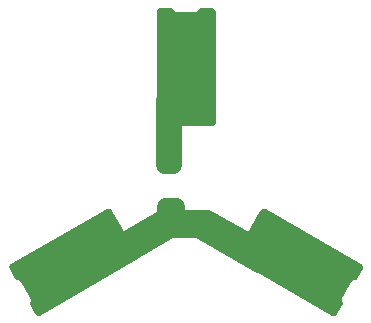
<source format=gbr>
G04 #@! TF.GenerationSoftware,KiCad,Pcbnew,(5.0.2)-1*
G04 #@! TF.CreationDate,2020-08-06T17:06:31-05:00*
G04 #@! TF.ProjectId,tri-slot-hub,7472692d-736c-46f7-942d-6875622e6b69,rev?*
G04 #@! TF.SameCoordinates,Original*
G04 #@! TF.FileFunction,Copper,L2,Bot*
G04 #@! TF.FilePolarity,Positive*
%FSLAX46Y46*%
G04 Gerber Fmt 4.6, Leading zero omitted, Abs format (unit mm)*
G04 Created by KiCad (PCBNEW (5.0.2)-1) date 8/6/2020 5:06:31 PM*
%MOMM*%
%LPD*%
G01*
G04 APERTURE LIST*
G04 #@! TA.AperFunction,SMDPad,CuDef*
%ADD10R,1.000000X1.000000*%
G04 #@! TD*
G04 #@! TA.AperFunction,Conductor*
%ADD11C,1.500000*%
G04 #@! TD*
G04 #@! TA.AperFunction,Conductor*
%ADD12C,0.254000*%
G04 #@! TD*
G04 APERTURE END LIST*
D10*
G04 #@! TO.P,TP3,1*
G04 #@! TO.N,/slot_r*
X-1275000Y-600000D03*
G04 #@! TD*
G04 #@! TO.P,TP4,1*
G04 #@! TO.N,/slot_r*
X-1375000Y2400000D03*
G04 #@! TD*
D11*
G04 #@! TO.N,/slot_r*
X-6901408Y-4741154D02*
X-2103636Y-1971159D01*
X6438011Y-5449038D02*
X6301408Y-5485641D01*
X-6351408Y-5693782D02*
X-1553636Y-2923787D01*
X-6551408Y-5347372D02*
X-1753636Y-2577377D01*
X6751408Y-4706218D02*
X1953636Y-1936223D01*
X6551408Y-5052628D02*
X1753636Y-2282633D01*
X-1800000Y-2700000D02*
X1855606Y-2700000D01*
X-1953636Y-2230967D02*
X1701970Y-2230967D01*
X6351408Y-5399038D02*
X1553636Y-2629043D01*
X-1900000Y-1900000D02*
X1755606Y-1900000D01*
X6201408Y-5658846D02*
X1403636Y-2888851D01*
X-1100000Y-1936223D02*
X-1100000Y-860010D01*
X-1700000Y-1936223D02*
X-1700000Y-860010D01*
X-846364Y-1936223D02*
X-846364Y-860010D01*
X-1300000Y-1936223D02*
X-1300000Y-860010D01*
X-1750000Y8200000D02*
X-1750000Y2660010D01*
X-1350000Y8300000D02*
X-1250000Y8200000D01*
X-1050000Y8200000D02*
X-1050000Y2660010D01*
X-6751408Y-5000962D02*
X-1953636Y-2230967D01*
X-1350000Y8200000D02*
X-1350000Y2660010D01*
G04 #@! TD*
D12*
G04 #@! TO.N,/slot_r*
G36*
X-1211645Y15829491D02*
X-1115059Y15684941D01*
X-970509Y15588355D01*
X-843039Y15563000D01*
X-800000Y15554439D01*
X-756961Y15563000D01*
X756961Y15563000D01*
X800000Y15554439D01*
X843039Y15563000D01*
X970509Y15588355D01*
X1115059Y15684941D01*
X1211645Y15829491D01*
X1220299Y15873000D01*
X2174737Y15873000D01*
X2314930Y15814930D01*
X2373000Y15674737D01*
X2373000Y6325263D01*
X2314930Y6185070D01*
X2174737Y6127000D01*
X-2174737Y6127000D01*
X-2314930Y6185070D01*
X-2373000Y6325263D01*
X-2373000Y15674737D01*
X-2314930Y15814930D01*
X-2174737Y15873000D01*
X-1220299Y15873000D01*
X-1211645Y15829491D01*
X-1211645Y15829491D01*
G37*
X-1211645Y15829491D02*
X-1115059Y15684941D01*
X-970509Y15588355D01*
X-843039Y15563000D01*
X-800000Y15554439D01*
X-756961Y15563000D01*
X756961Y15563000D01*
X800000Y15554439D01*
X843039Y15563000D01*
X970509Y15588355D01*
X1115059Y15684941D01*
X1211645Y15829491D01*
X1220299Y15873000D01*
X2174737Y15873000D01*
X2314930Y15814930D01*
X2373000Y15674737D01*
X2373000Y6325263D01*
X2314930Y6185070D01*
X2174737Y6127000D01*
X-2174737Y6127000D01*
X-2314930Y6185070D01*
X-2373000Y6325263D01*
X-2373000Y15674737D01*
X-2314930Y15814930D01*
X-2174737Y15873000D01*
X-1220299Y15873000D01*
X-1211645Y15829491D01*
G36*
X-6393506Y-1180122D02*
X-4218769Y-4946877D01*
X-4198962Y-5097324D01*
X-4291338Y-5217710D01*
X-12388219Y-9892447D01*
X-12538666Y-9912254D01*
X-12659052Y-9819878D01*
X-13146467Y-8975650D01*
X-13119097Y-8951647D01*
X-13045725Y-8802862D01*
X-13034875Y-8637325D01*
X-13034875Y-8637323D01*
X-13074740Y-8519885D01*
X-13088199Y-8480236D01*
X-13115807Y-8448756D01*
X-13874740Y-7134246D01*
X-13888199Y-7094596D01*
X-13997580Y-6969871D01*
X-14146365Y-6896499D01*
X-14311901Y-6885649D01*
X-14311902Y-6885649D01*
X-14346374Y-6897351D01*
X-14833789Y-6053123D01*
X-14853596Y-5902676D01*
X-14761220Y-5782290D01*
X-6664339Y-1107553D01*
X-6513892Y-1087746D01*
X-6393506Y-1180122D01*
X-6393506Y-1180122D01*
G37*
X-6393506Y-1180122D02*
X-4218769Y-4946877D01*
X-4198962Y-5097324D01*
X-4291338Y-5217710D01*
X-12388219Y-9892447D01*
X-12538666Y-9912254D01*
X-12659052Y-9819878D01*
X-13146467Y-8975650D01*
X-13119097Y-8951647D01*
X-13045725Y-8802862D01*
X-13034875Y-8637325D01*
X-13034875Y-8637323D01*
X-13074740Y-8519885D01*
X-13088199Y-8480236D01*
X-13115807Y-8448756D01*
X-13874740Y-7134246D01*
X-13888199Y-7094596D01*
X-13997580Y-6969871D01*
X-14146365Y-6896499D01*
X-14311901Y-6885649D01*
X-14311902Y-6885649D01*
X-14346374Y-6897351D01*
X-14833789Y-6053123D01*
X-14853596Y-5902676D01*
X-14761220Y-5782290D01*
X-6664339Y-1107553D01*
X-6513892Y-1087746D01*
X-6393506Y-1180122D01*
G36*
X6664339Y-1107553D02*
X14761220Y-5782290D01*
X14853596Y-5902676D01*
X14833789Y-6053123D01*
X14356570Y-6879691D01*
X14314563Y-6865431D01*
X14141086Y-6876802D01*
X13985165Y-6953693D01*
X13915571Y-7033051D01*
X13870539Y-7084400D01*
X13856434Y-7125952D01*
X13099473Y-8437047D01*
X13070539Y-8470040D01*
X13034047Y-8577542D01*
X13014657Y-8634663D01*
X13026028Y-8808139D01*
X13102919Y-8964060D01*
X13136272Y-8993309D01*
X12659052Y-9819878D01*
X12538666Y-9912254D01*
X12388219Y-9892447D01*
X4291338Y-5217710D01*
X4198962Y-5097324D01*
X4218769Y-4946877D01*
X6393506Y-1180122D01*
X6513892Y-1087746D01*
X6664339Y-1107553D01*
X6664339Y-1107553D01*
G37*
X6664339Y-1107553D02*
X14761220Y-5782290D01*
X14853596Y-5902676D01*
X14833789Y-6053123D01*
X14356570Y-6879691D01*
X14314563Y-6865431D01*
X14141086Y-6876802D01*
X13985165Y-6953693D01*
X13915571Y-7033051D01*
X13870539Y-7084400D01*
X13856434Y-7125952D01*
X13099473Y-8437047D01*
X13070539Y-8470040D01*
X13034047Y-8577542D01*
X13014657Y-8634663D01*
X13026028Y-8808139D01*
X13102919Y-8964060D01*
X13136272Y-8993309D01*
X12659052Y-9819878D01*
X12538666Y-9912254D01*
X12388219Y-9892447D01*
X4291338Y-5217710D01*
X4198962Y-5097324D01*
X4218769Y-4946877D01*
X6393506Y-1180122D01*
X6513892Y-1087746D01*
X6664339Y-1107553D01*
G04 #@! TD*
M02*

</source>
